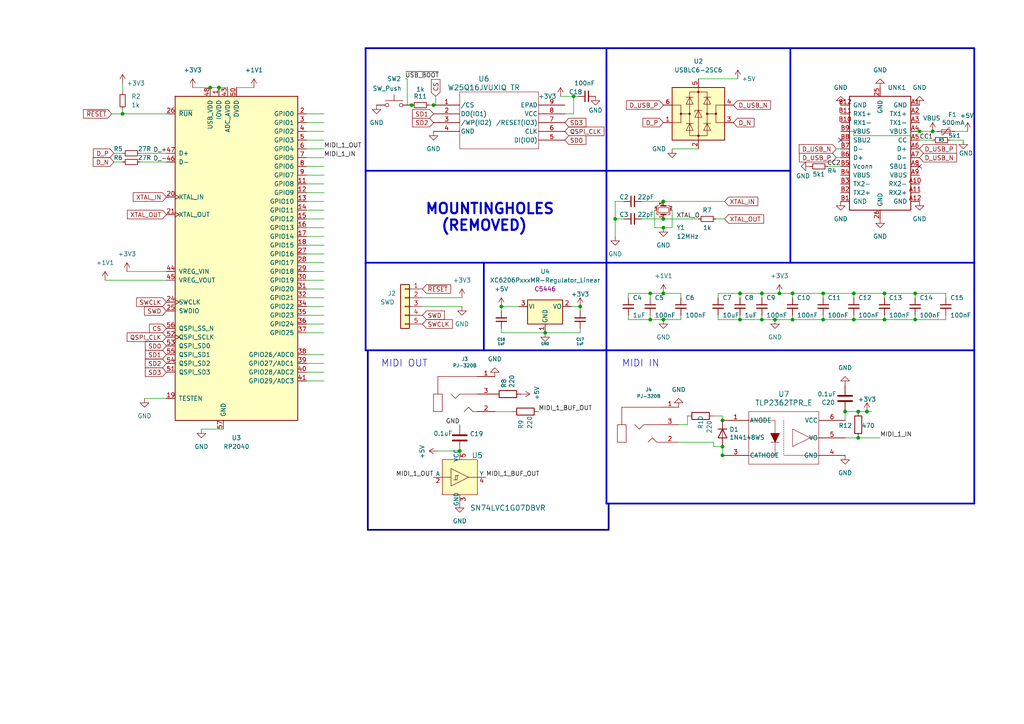
<source format=kicad_sch>
(kicad_sch (version 20231120) (generator "eeschema") (generator_version "8.0")
  (paper "A4")
  (title_block (title "RP2040 - Design Guide") (date "2021-12-07") (rev "0.1") (company "Sleepdealer"))
  (lib_symbols
    (symbol "Connector_Generic:Conn_01x05" (pin_names (offset 1.016) hide)
      (property "Reference" "J" (at 0 7.62 0))
      (property "Value" "Conn_01x05" (at 0 -7.62 0))
      (symbol "Conn_01x05_1_1"
        (pin passive line (at -5.08 5.08 0) (length 3.81) (name "Pin_1") (number "1"))
        (pin passive line (at -5.08 2.54 0) (length 3.81) (name "Pin_2") (number "2"))
        (pin passive line (at -5.08 0 0) (length 3.81) (name "Pin_3") (number "3"))
        (pin passive line (at -5.08 -2.54 0) (length 3.81) (name "Pin_4") (number "4"))
        (pin passive line (at -5.08 -5.08 0) (length 3.81) (name "Pin_5") (number "5"))
      )
    )
    (symbol "Device:C" (pin_numbers hide) (pin_names (offset 0.254))
      (property "Reference" "C" (at 0.635 2.54 0))
      (property "Value" "C" (at 0.635 -2.54 0))
      (symbol "C_1_1"
        (pin passive line (at 0 3.81 270) (length 2.794) (name "~") (number "1"))
        (pin passive line (at 0 -3.81 90) (length 2.794) (name "~") (number "2"))
      )
    )
    (symbol "Device:C_Small" (pin_numbers hide) (pin_names (offset 0.254) hide)
      (property "Reference" "C" (at 0.254 1.778 0))
      (property "Value" "C_Small" (at 0.254 -2.032 0))
      (symbol "C_Small_1_1"
        (pin passive line (at 0 2.54 270) (length 2.032) (name "~") (number "1"))
        (pin passive line (at 0 -2.54 90) (length 2.032) (name "~") (number "2"))
      )
    )
    (symbol "Device:Crystal_GND24_Small" (pin_names (offset 1.016) hide)
      (property "Reference" "Y" (at 1.27 4.445 0))
      (property "Value" "Crystal_GND24_Small" (at 1.27 2.54 0))
      (symbol "Crystal_GND24_Small_1_1"
        (pin passive line (at -2.54 0 0) (length 1.27) (name "1") (number "1"))
        (pin passive line (at 0 -2.54 90) (length 0.635) (name "2") (number "2"))
        (pin passive line (at 2.54 0 180) (length 1.27) (name "3") (number "3"))
        (pin passive line (at 0 2.54 270) (length 0.635) (name "4") (number "4"))
      )
    )
    (symbol "Device:Polyfuse_Small" (pin_numbers hide) (pin_names (offset 0))
      (property "Reference" "F" (at -1.905 0 90))
      (property "Value" "Polyfuse_Small" (at 1.905 0 90))
      (symbol "Polyfuse_Small_1_1"
        (pin passive line (at 0 2.54 270) (length 0.635) (name "~") (number "1"))
        (pin passive line (at 0 -2.54 90) (length 0.635) (name "~") (number "2"))
      )
    )
    (symbol "Device:R" (pin_numbers hide) (pin_names (offset 0))
      (property "Reference" "R" (at 2.032 0 90))
      (property "Value" "R" (at 0 0 90))
      (symbol "R_1_1"
        (pin passive line (at 0 3.81 270) (length 1.27) (name "~") (number "1"))
        (pin passive line (at 0 -3.81 90) (length 1.27) (name "~") (number "2"))
      )
    )
    (symbol "Device:R_Small" (pin_numbers hide) (pin_names (offset 0.254) hide)
      (property "Reference" "R" (at 0.762 0.508 0))
      (property "Value" "R_Small" (at 0.762 -1.016 0))
      (symbol "R_Small_1_1"
        (pin passive line (at 0 2.54 270) (length 0.762) (name "~") (number "1"))
        (pin passive line (at 0 -2.54 90) (length 0.762) (name "~") (number "2"))
      )
    )
    (symbol "Diode:1N914" (pin_numbers hide) (pin_names (offset 1.016) hide)
      (property "Reference" "D" (at 0 2.54 0))
      (property "Value" "1N914" (at 0 -2.54 0))
      (symbol "1N914_1_1"
        (pin passive line (at -3.81 0 0) (length 2.54) (name "K") (number "1"))
        (pin passive line (at 3.81 0 180) (length 2.54) (name "A") (number "2"))
      )
    )
    (symbol "Power_Protection:USBLC6-2SC6" (pin_names hide)
      (property "Reference" "U" (at 2.54 8.89 0))
      (property "Value" "USBLC6-2SC6" (at 2.54 -8.89 0))
      (symbol "USBLC6-2SC6_1_1"
        (pin passive line (at -10.16 -2.54 0) (length 2.54) (name "I/O1") (number "1"))
        (pin passive line (at 0 -10.16 90) (length 2.54) (name "GND") (number "2"))
        (pin passive line (at 10.16 -2.54 180) (length 2.54) (name "I/O2") (number "3"))
        (pin passive line (at 10.16 2.54 180) (length 2.54) (name "I/O2") (number "4"))
        (pin passive line (at 0 10.16 270) (length 2.54) (name "VBUS") (number "5"))
        (pin passive line (at -10.16 2.54 0) (length 2.54) (name "I/O1") (number "6"))
      )
    )
    (symbol "Sleep-lib:RP2040" (pin_names (offset 1.016))
      (property "Reference" "U" (at 8.89 51.435 0))
      (property "Value" "RP2040" (at 8.89 48.895 0))
      (symbol "RP2040_1_1"
        (pin power_in line (at -5.08 50.8 270) (length 2.54) (name "IOVDD") (number "1"))
        (pin power_in line (at -5.08 50.8 270) (length 2.54) hide (name "IOVDD") (number "10"))
        (pin input line (at 20.32 22.86 180) (length 2.54) (name "GPIO8") (number "11"))
        (pin input line (at 20.32 20.32 180) (length 2.54) (name "GPIO9") (number "12"))
        (pin input line (at 20.32 17.78 180) (length 2.54) (name "GPIO10") (number "13"))
        (pin input line (at 20.32 15.24 180) (length 2.54) (name "GPIO11") (number "14"))
        (pin input line (at 20.32 12.7 180) (length 2.54) (name "GPIO12") (number "15"))
        (pin input line (at 20.32 10.16 180) (length 2.54) (name "GPIO13") (number "16"))
        (pin input line (at 20.32 7.62 180) (length 2.54) (name "GPIO14") (number "17"))
        (pin input line (at 20.32 5.08 180) (length 2.54) (name "GPIO15") (number "18"))
        (pin input line (at -20.32 -39.37 0) (length 2.54) (name "TESTEN") (number "19"))
        (pin input line (at 20.32 43.18 180) (length 2.54) (name "GPIO0") (number "2"))
        (pin input clock (at -20.32 19.05 0) (length 2.54) (name "XTAL_IN") (number "20"))
        (pin input clock (at -20.32 13.97 0) (length 2.54) (name "XTAL_OUT") (number "21"))
        (pin power_in line (at -5.08 50.8 270) (length 2.54) hide (name "IOVDD") (number "22"))
        (pin power_in line (at 0 50.8 270) (length 2.54) hide (name "DVDD") (number "23"))
        (pin input clock (at -20.32 -11.43 0) (length 2.54) (name "SWCLK") (number "24"))
        (pin bidirectional line (at -20.32 -13.97 0) (length 2.54) (name "SWDIO") (number "25"))
        (pin input line (at -20.32 43.18 0) (length 2.54) (name "~{RUN}") (number "26"))
        (pin input line (at 20.32 2.54 180) (length 2.54) (name "GPIO16") (number "27"))
        (pin input line (at 20.32 0 180) (length 2.54) (name "GPIO17") (number "28"))
        (pin input line (at 20.32 -2.54 180) (length 2.54) (name "GPIO18") (number "29"))
        (pin input line (at 20.32 40.64 180) (length 2.54) (name "GPIO1") (number "3"))
        (pin input line (at 20.32 -5.08 180) (length 2.54) (name "GPIO19") (number "30"))
        (pin input line (at 20.32 -7.62 180) (length 2.54) (name "GPIO20") (number "31"))
        (pin input line (at 20.32 -10.16 180) (length 2.54) (name "GPIO21") (number "32"))
        (pin power_in line (at -5.08 50.8 270) (length 2.54) hide (name "IOVDD") (number "33"))
        (pin input line (at 20.32 -12.7 180) (length 2.54) (name "GPIO22") (number "34"))
        (pin input line (at 20.32 -15.24 180) (length 2.54) (name "GPIO23") (number "35"))
        (pin input line (at 20.32 -17.78 180) (length 2.54) (name "GPIO24") (number "36"))
        (pin input line (at 20.32 -20.32 180) (length 2.54) (name "GPIO25") (number "37"))
        (pin input line (at 20.32 -26.67 180) (length 2.54) (name "GPIO26/ADC0") (number "38"))
        (pin input line (at 20.32 -29.21 180) (length 2.54) (name "GPIO27/ADC1") (number "39"))
        (pin input line (at 20.32 38.1 180) (length 2.54) (name "GPIO2") (number "4"))
        (pin input line (at 20.32 -31.75 180) (length 2.54) (name "GPIO28/ADC2") (number "40"))
        (pin input line (at 20.32 -34.29 180) (length 2.54) (name "GPIO29/ADC3") (number "41"))
        (pin power_in line (at -5.08 50.8 270) (length 2.54) hide (name "IOVDD") (number "42"))
        (pin power_in line (at -2.54 50.8 270) (length 2.54) (name "ADC_AVDD") (number "43"))
        (pin power_in line (at -20.32 -2.54 0) (length 2.54) (name "VREG_VIN") (number "44"))
        (pin power_out line (at -20.32 -5.08 0) (length 2.54) (name "VREG_VOUT") (number "45"))
        (pin bidirectional line (at -20.32 29.21 0) (length 2.54) (name "D-") (number "46"))
        (pin bidirectional line (at -20.32 31.75 0) (length 2.54) (name "D+") (number "47"))
        (pin power_in line (at -7.62 50.8 270) (length 2.54) (name "USB_VDD") (number "48"))
        (pin power_in line (at -5.08 50.8 270) (length 2.54) hide (name "IOVDD") (number "49"))
        (pin input line (at 20.32 35.56 180) (length 2.54) (name "GPIO3") (number "5"))
        (pin power_in line (at 0 50.8 270) (length 2.54) (name "DVDD") (number "50"))
        (pin bidirectional line (at -20.32 -31.75 0) (length 2.54) (name "QSPI_SD3") (number "51"))
        (pin input clock (at -20.32 -21.59 0) (length 2.54) (name "QSPI_SCLK") (number "52"))
        (pin bidirectional line (at -20.32 -24.13 0) (length 2.54) (name "QSPI_SD0") (number "53"))
        (pin bidirectional line (at -20.32 -29.21 0) (length 2.54) (name "QSPI_SD2") (number "54"))
        (pin bidirectional line (at -20.32 -26.67 0) (length 2.54) (name "QSPI_SD1") (number "55"))
        (pin bidirectional line (at -20.32 -19.05 0) (length 2.54) (name "QSPI_SS_N") (number "56"))
        (pin power_in line (at -3.81 -48.26 90) (length 2.54) (name "GND") (number "57"))
        (pin input line (at 20.32 33.02 180) (length 2.54) (name "GPIO4") (number "6"))
        (pin input line (at 20.32 30.48 180) (length 2.54) (name "GPIO5") (number "7"))
        (pin input line (at 20.32 27.94 180) (length 2.54) (name "GPIO6") (number "8"))
        (pin input line (at 20.32 25.4 180) (length 2.54) (name "GPIO7") (number "9"))
      )
    )
    (symbol "Sleep-lib:TLP2362TPR_E" (pin_names (offset 0.254))
      (property "Reference" "U" (at 17.78 7.62 0))
      (property "Value" "TLP2362TPR_E" (at 17.78 5.08 0))
      (symbol "TLP2362TPR_E_0_1"
        (pin unspecified line (at 0 0 0) (length 7.62) (name "ANODE") (number "1"))
        (pin unspecified line (at 0 -10.16 0) (length 7.62) (name "CATHODE") (number "3"))
        (pin power_out line (at 35.56 -10.16 180) (length 7.62) (name "GND") (number "4"))
        (pin power_in line (at 35.56 -5.08 180) (length 7.62) (name "VO") (number "5"))
        (pin power_in line (at 35.56 0 180) (length 7.62) (name "VCC") (number "6"))
      )
    )
    (symbol "Sleep-lib:USB-C-SMD_XKB_U261-24XN-4BC2SS" (pin_names (offset 1.016))
      (property "Reference" "UNK?" (at 0 1.27 0))
      (property "Value" "USB-C-SMD_XKB_U261-24XN-4BC2SS" (at 0 -1.27 0))
      (symbol "USB-C-SMD_XKB_U261-24XN-4BC2SS_1_0"
        (pin unspecified line (at 102.87 -55.88 270) (length 2.54) (name "GND") (number "25"))
        (pin unspecified line (at 102.87 -93.98 90) (length 2.54) (name "GND") (number "26"))
        (pin unspecified line (at 114.3 -60.96 180) (length 2.54) (name "GND") (number "A1"))
        (pin unspecified line (at 114.3 -83.82 180) (length 2.54) (name "RX2-") (number "A10"))
        (pin unspecified line (at 114.3 -86.36 180) (length 2.54) (name "RX2+") (number "A11"))
        (pin unspecified line (at 114.3 -88.9 180) (length 2.54) (name "GND") (number "A12"))
        (pin unspecified line (at 114.3 -63.5 180) (length 2.54) (name "TX1+") (number "A2"))
        (pin unspecified line (at 114.3 -66.04 180) (length 2.54) (name "TX1-") (number "A3"))
        (pin unspecified line (at 114.3 -68.58 180) (length 2.54) (name "VBUS") (number "A4"))
        (pin unspecified line (at 114.3 -71.12 180) (length 2.54) (name "CC") (number "A5"))
        (pin unspecified line (at 114.3 -73.66 180) (length 2.54) (name "D+") (number "A6"))
        (pin unspecified line (at 114.3 -76.2 180) (length 2.54) (name "D-") (number "A7"))
        (pin unspecified line (at 114.3 -78.74 180) (length 2.54) (name "SBU1") (number "A8"))
        (pin unspecified line (at 114.3 -81.28 180) (length 2.54) (name "VBUS") (number "A9"))
        (pin unspecified line (at 91.44 -88.9 0) (length 2.54) (name "GND") (number "B1"))
        (pin unspecified line (at 91.44 -66.04 0) (length 2.54) (name "RX1-") (number "B10"))
        (pin unspecified line (at 91.44 -63.5 0) (length 2.54) (name "RX1+") (number "B11"))
        (pin unspecified line (at 91.44 -60.96 0) (length 2.54) (name "GND") (number "B12"))
        (pin unspecified line (at 91.44 -86.36 0) (length 2.54) (name "TX2+") (number "B2"))
        (pin unspecified line (at 91.44 -83.82 0) (length 2.54) (name "TX2-") (number "B3"))
        (pin unspecified line (at 91.44 -81.28 0) (length 2.54) (name "VBUS") (number "B4"))
        (pin unspecified line (at 91.44 -78.74 0) (length 2.54) (name "Vconn") (number "B5"))
        (pin unspecified line (at 91.44 -76.2 0) (length 2.54) (name "D+") (number "B6"))
        (pin unspecified line (at 91.44 -73.66 0) (length 2.54) (name "D-") (number "B7"))
        (pin unspecified line (at 91.44 -71.12 0) (length 2.54) (name "SBU2") (number "B8"))
        (pin unspecified line (at 91.44 -68.58 0) (length 2.54) (name "VBUS") (number "B9"))
      )
    )
    (symbol "Sleep-lib:W25Q16JVUXIQ_TR" (pin_names (offset 0.254))
      (property "Reference" "U6" (at 57.785 7.62 0))
      (property "Value" "W25Q16JVUXIQ TR" (at 57.785 5.08 0))
      (symbol "W25Q16JVUXIQ_TR_0_1"
        (pin unspecified line (at 43.18 0 0) (length 7.62) (name "/CS") (number "1"))
        (pin unspecified line (at 43.18 -2.54 0) (length 7.62) (name "DO(IO1)") (number "2"))
        (pin unspecified line (at 43.18 -5.08 0) (length 7.62) (name "/WP(IO2)") (number "3"))
        (pin unspecified line (at 43.18 -7.62 0) (length 7.62) (name "GND") (number "4"))
        (pin unspecified line (at 81.28 -10.16 180) (length 7.62) (name "DI(IO0)") (number "5"))
        (pin unspecified line (at 81.28 -7.62 180) (length 7.62) (name "CLK") (number "6"))
        (pin unspecified line (at 81.28 -2.54 180) (length 7.62) (name "VCC") (number "8"))
        (pin unspecified line (at 81.28 0 180) (length 7.62) (name "EPAD") (number "9"))
      )
      (symbol "W25Q16JVUXIQ_TR_1_1"
        (pin unspecified line (at 81.28 -5.08 180) (length 7.62) (name "/RESET(IO3)") (number "7"))
      )
    )
    (symbol "Switch:SW_Push" (pin_numbers hide) (pin_names (offset 1.016) hide)
      (property "Reference" "SW" (at 1.27 2.54 0))
      (property "Value" "SW_Push" (at 0 -1.524 0))
      (symbol "SW_Push_0_1"
        (pin passive line (at -5.08 0 0) (length 2.54) (name "1") (number "1"))
        (pin passive line (at 5.08 0 180) (length 2.54) (name "2") (number "2"))
      )
    )
    (symbol "dk_Logic-Buffers-Drivers-Receivers-Transceivers:SN74LVC1G07DBVR" (pin_names (offset 0))
      (property "Reference" "U" (at -2.54 6.35 0))
      (property "Value" "SN74LVC1G07DBVR" (at 1.905 -6.35 0))
      (symbol "SN74LVC1G07DBVR_1_1"
        (pin no_connect line (at -7.62 -5.08 0) (length 2.54) hide (name "NC") (number "1"))
        (pin input line (at -7.62 0 0) (length 2.54) (name "A") (number "2"))
        (pin power_in line (at 0 -7.62 90) (length 2.54) (name "GND") (number "3"))
        (pin output line (at 7.62 0 180) (length 2.54) (name "Y") (number "4"))
        (pin power_in line (at 0 7.62 270) (length 2.54) (name "VCC") (number "5"))
      )
    )
    (symbol "kicad-keyboard-parts:XC6206PxxxMR-Regulator_Linear" (pin_names (offset 0.254))
      (property "Reference" "U" (at -3.81 3.175 0))
      (property "Value" "XC6206PxxxMR-Regulator_Linear" (at 0 3.175 0))
      (property "LCSC" "C5446" (at 0 0 0))
      (symbol "XC6206PxxxMR-Regulator_Linear_1_1"
        (pin power_in line (at 0 -7.62 90) (length 2.54) (name "GND") (number "1"))
        (pin power_out line (at 7.62 0 180) (length 2.54) (name "VO") (number "2"))
        (pin power_in line (at -7.62 0 0) (length 2.54) (name "VI") (number "3"))
      )
    )
    (symbol "poma:PJ-320B" (pin_names (offset 1.016))
      (property "Reference" "U" (at 0 12.7 0))
      (property "Value" "PJ-320B" (at 0 11.43 0))
      (symbol "PJ-320B_1_1"
        (pin output line (at 10.16 7.62 180) (length 5.08) (name "~") (number "1"))
        (pin output line (at 10.16 -2.54 180) (length 5.08) (name "~") (number "2"))
        (pin output line (at 10.16 2.54 180) (length 5.08) (name "~") (number "3"))
      )
    )
    (symbol "power:+1V1" (power) (pin_names (offset 0))
      (property "Value" "+1V1" (at 0 3.556 0))
      (symbol "+1V1_1_1"
        (pin power_in line (at 0 0 90) (length 0) hide (name "+1V1") (number "1"))
      )
    )
    (symbol "power:+3.3V" (power) (pin_names (offset 0))
      (property "Value" "+3.3V" (at 0 3.556 0))
      (symbol "+3.3V_1_1"
        (pin power_in line (at 0 0 90) (length 0) hide (name "+3V3") (number "1"))
      )
    )
    (symbol "power:+3V3" (power) (pin_names (offset 0))
      (property "Value" "+3V3" (at 0 3.556 0))
      (symbol "+3V3_1_1"
        (pin power_in line (at 0 0 90) (length 0) hide (name "+3V3") (number "1"))
      )
    )
    (symbol "power:+5V" (power) (pin_names (offset 0))
      (property "Value" "+5V" (at 0 3.556 0))
      (symbol "+5V_1_1"
        (pin power_in line (at 0 0 90) (length 0) hide (name "+5V") (number "1"))
      )
    )
    (symbol "power:GND" (power) (pin_names (offset 0))
      (property "Value" "GND" (at 0 -3.81 0))
      (symbol "GND_1_1"
        (pin power_in line (at 0 0 270) (length 0) hide (name "GND") (number "1"))
      )
    )
    (symbol "power:VBUS" (power) (pin_names (offset 0))
      (property "Value" "VBUS" (at 0 3.81 0))
      (symbol "VBUS_1_1"
        (pin power_in line (at 0 0 90) (length 0) hide (name "VBUS") (number "1"))
      )
    )
  )
  (junction (at 192.405 66.04))
  (junction (at 166.37 27.94))
  (junction (at 192.405 63.5))
  (junction (at 248.92 119.38))
  (junction (at 63.5 25.4))
  (junction (at 224.79 92.71))
  (junction (at 220.98 92.71))
  (junction (at 238.76 92.71))
  (junction (at 238.76 85.09))
  (junction (at 247.65 92.71))
  (junction (at 35.56 33.02))
  (junction (at 256.54 85.09))
  (junction (at 247.65 85.09))
  (junction (at 256.54 92.71))
  (junction (at 214.63 85.09))
  (junction (at 220.98 85.09))
  (junction (at 133.35 130.81))
  (junction (at 188.595 85.09))
  (junction (at 119.38 30.48))
  (junction (at 178.435 63.5))
  (junction (at 168.275 88.9) (diameter 0.9144))
  (junction (at 226.06 85.09))
  (junction (at 209.55 121.92))
  (junction (at 214.63 92.71))
  (junction (at 229.87 85.09))
  (junction (at 60.96 25.4))
  (junction (at 229.87 92.71))
  (junction (at 266.7 38.1))
  (junction (at 265.43 92.71))
  (junction (at 188.595 92.71))
  (junction (at 209.55 129.54))
  (junction (at 125.73 30.48))
  (junction (at 158.115 96.52) (diameter 0.9144))
  (junction (at 265.43 85.09))
  (junction (at 251.46 119.38))
  (junction (at 245.11 119.38))
  (junction (at 192.405 85.09))
  (junction (at 192.405 58.42))
  (junction (at 270.51 38.1))
  (junction (at 192.405 92.71))
  (junction (at 248.92 127))
  (junction (at 145.415 88.9) (diameter 0.9144))
  (junction (at 209.55 132.08))
  (no_connect (at 243.84 40.64))
  (no_connect (at 266.7 48.26))
  (wire (pts (xy 207.01 128.27) (xy 207.01 129.54)))
  (wire (pts (xy 93.98 83.82) (xy 88.9 83.82)))
  (wire (pts (xy 196.85 123.19) (xy 199.39 123.19)))
  (wire (pts (xy 229.87 85.09) (xy 238.76 85.09)))
  (wire (pts (xy 238.76 85.09) (xy 238.76 86.36)))
  (wire (pts (xy 33.02 46.99) (xy 35.56 46.99)))
  (wire (pts (xy 117.475 22.86) (xy 118.11 22.86)))
  (polyline (pts (xy 175.895 13.97) (xy 229.235 13.97)) (stroke (width 0.5) (type solid)))
  (wire (pts (xy 88.9 81.28) (xy 93.98 81.28)))
  (wire (pts (xy 186.055 63.5) (xy 192.405 63.5)))
  (wire (pts (xy 192.405 63.5) (xy 202.565 63.5)))
  (wire (pts (xy 207.645 63.5) (xy 210.185 63.5)))
  (wire (pts (xy 214.63 91.44) (xy 214.63 92.71)))
  (wire (pts (xy 256.54 85.09) (xy 265.43 85.09)))
  (wire (pts (xy 265.43 85.09) (xy 265.43 86.36)))
  (wire (pts (xy 247.65 85.09) (xy 256.54 85.09)))
  (wire (pts (xy 238.76 85.09) (xy 247.65 85.09)))
  (wire (pts (xy 88.9 50.8) (xy 93.98 50.8)))
  (wire (pts (xy 178.435 63.5) (xy 178.435 68.58)))
  (wire (pts (xy 162.56 27.94) (xy 166.37 27.94)))
  (wire (pts (xy 93.98 107.95) (xy 88.9 107.95)))
  (wire (pts (xy 209.55 132.08) (xy 217.17 132.08)))
  (wire (pts (xy 93.98 88.9) (xy 88.9 88.9)))
  (wire (pts (xy 145.415 88.9) (xy 150.495 88.9)))
  (wire (pts (xy 40.64 44.45) (xy 48.26 44.45)))
  (wire (pts (xy 207.01 129.54) (xy 209.55 129.54)))
  (wire (pts (xy 266.7 38.1) (xy 270.51 38.1)))
  (wire (pts (xy 248.92 127) (xy 255.27 127)))
  (wire (pts (xy 209.55 129.54) (xy 209.55 132.08)))
  (wire (pts (xy 145.415 95.25) (xy 145.415 96.52)))
  (wire (pts (xy 199.39 123.19) (xy 199.39 120.65)))
  (wire (pts (xy 266.7 40.64) (xy 270.51 40.64)))
  (polyline (pts (xy 282.575 146.05) (xy 282.575 101.6)) (stroke (width 0.5) (type solid)))
  (wire (pts (xy 245.11 127) (xy 248.92 127)))
  (wire (pts (xy 209.55 120.65) (xy 209.55 121.92)))
  (wire (pts (xy 189.865 60.96) (xy 189.865 66.04)))
  (wire (pts (xy 189.865 66.04) (xy 192.405 66.04)))
  (wire (pts (xy 166.37 27.94) (xy 167.64 27.94)))
  (wire (pts (xy 133.985 88.9) (xy 122.555 88.9)))
  (wire (pts (xy 166.37 27.94) (xy 166.37 33.02)))
  (wire (pts (xy 68.58 25.4) (xy 73.66 25.4)))
  (wire (pts (xy 93.98 110.49) (xy 88.9 110.49)))
  (wire (pts (xy 188.595 91.44) (xy 188.595 92.71)))
  (wire (pts (xy 33.02 44.45) (xy 35.56 44.45)))
  (wire (pts (xy 122.555 86.36) (xy 133.985 86.36)))
  (polyline (pts (xy 282.575 101.6) (xy 282.575 76.2)) (stroke (width 0.5) (type solid)))
  (wire (pts (xy 247.65 38.1) (xy 247.65 39.37)))
  (wire (pts (xy 60.96 25.4) (xy 63.5 25.4)))
  (wire (pts (xy 55.88 25.4) (xy 60.96 25.4)))
  (wire (pts (xy 63.5 25.4) (xy 66.04 25.4)))
  (wire (pts (xy 208.28 85.09) (xy 214.63 85.09)))
  (wire (pts (xy 245.11 121.92) (xy 245.11 119.38)))
  (wire (pts (xy 194.945 66.04) (xy 192.405 66.04)))
  (wire (pts (xy 194.945 60.96) (xy 194.945 66.04)))
  (polyline (pts (xy 175.895 49.53) (xy 229.235 49.53)) (stroke (width 0.5) (type solid)))
  (wire (pts (xy 88.9 66.04) (xy 93.98 66.04)))
  (wire (pts (xy 178.435 63.5) (xy 180.975 63.5)))
  (wire (pts (xy 180.975 58.42) (xy 178.435 58.42)))
  (wire (pts (xy 178.435 58.42) (xy 178.435 63.5)))
  (wire (pts (xy 242.57 43.18) (xy 243.84 43.18)))
  (wire (pts (xy 88.9 38.1) (xy 93.98 38.1)))
  (wire (pts (xy 214.63 85.09) (xy 214.63 86.36)))
  (wire (pts (xy 58.42 124.46) (xy 64.77 124.46)))
  (wire (pts (xy 36.83 78.74) (xy 48.26 78.74)))
  (wire (pts (xy 88.9 43.18) (xy 93.98 43.18)))
  (wire (pts (xy 158.115 96.52) (xy 145.415 96.52)))
  (wire (pts (xy 88.9 73.66) (xy 93.98 73.66)))
  (wire (pts (xy 41.91 115.57) (xy 48.26 115.57)))
  (wire (pts (xy 229.87 92.71) (xy 238.76 92.71)))
  (wire (pts (xy 238.76 92.71) (xy 238.76 91.44)))
  (wire (pts (xy 264.16 39.37) (xy 264.16 38.1)))
  (wire (pts (xy 251.46 119.38) (xy 252.73 119.38)))
  (polyline (pts (xy 175.895 146.05) (xy 175.895 101.6)) (stroke (width 0.5) (type solid)))
  (wire (pts (xy 245.11 119.38) (xy 248.92 119.38)))
  (wire (pts (xy 247.65 85.09) (xy 247.65 86.36)))
  (wire (pts (xy 93.98 91.44) (xy 88.9 91.44)))
  (wire (pts (xy 88.9 78.74) (xy 93.98 78.74)))
  (wire (pts (xy 196.85 128.27) (xy 207.01 128.27)))
  (wire (pts (xy 247.65 91.44) (xy 247.65 92.71)))
  (polyline (pts (xy 175.895 146.05) (xy 282.575 146.05)) (stroke (width 0.5) (type solid)))
  (wire (pts (xy 275.59 40.64) (xy 279.4 40.64)))
  (wire (pts (xy 243.84 48.26) (xy 240.03 48.26)))
  (polyline (pts (xy 140.335 101.6) (xy 140.335 76.2)) (stroke (width 0.5) (type solid)))
  (wire (pts (xy 220.98 91.44) (xy 220.98 92.71)))
  (polyline (pts (xy 175.895 101.6) (xy 175.895 76.2)) (stroke (width 0.5) (type solid)))
  (wire (pts (xy 88.9 63.5) (xy 93.98 63.5)))
  (wire (pts (xy 192.405 92.71) (xy 197.485 92.71)))
  (wire (pts (xy 197.485 92.71) (xy 197.485 91.44)))
  (wire (pts (xy 265.43 85.09) (xy 274.32 85.09)))
  (wire (pts (xy 274.32 85.09) (xy 274.32 86.36)))
  (wire (pts (xy 126.365 27.94) (xy 126.365 30.48)))
  (polyline (pts (xy 106.045 76.2) (xy 106.045 13.97)) (stroke (width 0.5) (type solid)))
  (wire (pts (xy 276.86 38.1) (xy 280.67 38.1)))
  (wire (pts (xy 88.9 33.02) (xy 93.98 33.02)))
  (wire (pts (xy 93.98 102.87) (xy 88.9 102.87)))
  (wire (pts (xy 88.9 40.64) (xy 93.98 40.64)))
  (polyline (pts (xy 106.045 101.6) (xy 175.895 101.6)) (stroke (width 0.5) (type solid)))
  (wire (pts (xy 168.275 88.9) (xy 168.275 90.17)))
  (wire (pts (xy 220.98 85.09) (xy 214.63 85.09)))
  (wire (pts (xy 220.98 85.09) (xy 220.98 86.36)))
  (wire (pts (xy 214.63 92.71) (xy 220.98 92.71)))
  (bus (pts (xy 176.53 146.05) (xy 176.53 153.67)) (stroke (width 0.5)))
  (polyline (pts (xy 106.045 101.6) (xy 106.045 76.2)) (stroke (width 0.5) (type solid)))
  (wire (pts (xy 229.87 92.71) (xy 229.87 91.44)))
  (wire (pts (xy 270.51 38.1) (xy 271.78 38.1)))
  (wire (pts (xy 256.54 85.09) (xy 256.54 86.36)))
  (wire (pts (xy 229.87 85.09) (xy 229.87 86.36)))
  (polyline (pts (xy 106.045 49.53) (xy 175.895 49.53)) (stroke (width 0.5) (type solid)))
  (wire (pts (xy 118.11 22.86) (xy 118.11 30.48)))
  (wire (pts (xy 256.54 92.71) (xy 265.43 92.71)))
  (wire (pts (xy 247.65 92.71) (xy 256.54 92.71)))
  (wire (pts (xy 265.43 92.71) (xy 265.43 91.44)))
  (wire (pts (xy 238.76 92.71) (xy 247.65 92.71)))
  (wire (pts (xy 148.59 119.38) (xy 143.51 119.38)))
  (wire (pts (xy 88.9 48.26) (xy 93.98 48.26)))
  (wire (pts (xy 35.56 31.75) (xy 35.56 33.02)))
  (wire (pts (xy 192.405 85.09) (xy 197.485 85.09)))
  (wire (pts (xy 197.485 85.09) (xy 197.485 86.36)))
  (wire (pts (xy 256.54 91.44) (xy 256.54 92.71)))
  (polyline (pts (xy 175.895 76.2) (xy 229.235 76.2)) (stroke (width 0.5) (type solid)))
  (wire (pts (xy 182.245 92.71) (xy 188.595 92.71)))
  (wire (pts (xy 182.245 91.44) (xy 182.245 92.71)))
  (wire (pts (xy 124.46 30.48) (xy 125.73 30.48)))
  (wire (pts (xy 188.595 85.09) (xy 188.595 86.36)))
  (wire (pts (xy 48.26 81.28) (xy 30.48 81.28)))
  (wire (pts (xy 208.28 91.44) (xy 208.28 92.71)))
  (wire (pts (xy 208.28 92.71) (xy 214.63 92.71)))
  (wire (pts (xy 93.98 105.41) (xy 88.9 105.41)))
  (wire (pts (xy 119.38 30.48) (xy 118.11 30.48)))
  (wire (pts (xy 88.9 76.2) (xy 93.98 76.2)))
  (wire (pts (xy 168.275 95.25) (xy 168.275 96.52)))
  (wire (pts (xy 158.115 96.52) (xy 168.275 96.52)))
  (wire (pts (xy 242.57 45.72) (xy 243.84 45.72)))
  (wire (pts (xy 88.9 68.58) (xy 93.98 68.58)))
  (wire (pts (xy 194.945 43.18) (xy 202.565 43.18)))
  (wire (pts (xy 220.98 92.71) (xy 224.79 92.71)))
  (polyline (pts (xy 106.045 76.2) (xy 175.895 76.2)) (stroke (width 0.5) (type solid)))
  (wire (pts (xy 88.9 45.72) (xy 93.98 45.72)))
  (wire (pts (xy 274.32 92.71) (xy 274.32 91.44)))
  (wire (pts (xy 265.43 92.71) (xy 274.32 92.71)))
  (wire (pts (xy 88.9 71.12) (xy 93.98 71.12)))
  (polyline (pts (xy 229.235 13.97) (xy 229.235 76.2)) (stroke (width 0.5) (type solid)))
  (polyline (pts (xy 229.235 76.2) (xy 282.575 76.2)) (stroke (width 0.5) (type solid)))
  (polyline (pts (xy 229.235 13.97) (xy 282.575 13.97)) (stroke (width 0.5) (type solid)))
  (polyline (pts (xy 282.575 76.2) (xy 282.575 13.97)) (stroke (width 0.5) (type solid)))
  (wire (pts (xy 32.385 33.02) (xy 35.56 33.02)))
  (wire (pts (xy 35.56 33.02) (xy 48.26 33.02)))
  (wire (pts (xy 247.65 39.37) (xy 264.16 39.37)))
  (polyline (pts (xy 175.895 76.2) (xy 175.895 13.97)) (stroke (width 0.5) (type solid)))
  (polyline (pts (xy 175.895 101.6) (xy 282.575 101.6)) (stroke (width 0.5) (type solid)))
  (polyline (pts (xy 106.045 13.97) (xy 175.895 13.97)) (stroke (width 0.5) (type solid)))
  (wire (pts (xy 93.98 86.36) (xy 88.9 86.36)))
  (wire (pts (xy 145.415 88.9) (xy 145.415 90.17)))
  (wire (pts (xy 125.73 30.48) (xy 126.365 30.48)))
  (wire (pts (xy 165.735 88.9) (xy 168.275 88.9)))
  (wire (pts (xy 186.055 58.42) (xy 192.405 58.42)))
  (bus (pts (xy 106.68 153.67) (xy 176.53 153.67)) (stroke (width 0.5)))
  (wire (pts (xy 88.9 58.42) (xy 93.98 58.42)))
  (wire (pts (xy 188.595 92.71) (xy 192.405 92.71)))
  (wire (pts (xy 264.16 38.1) (xy 266.7 38.1)))
  (wire (pts (xy 188.595 85.09) (xy 182.245 85.09)))
  (wire (pts (xy 192.405 85.09) (xy 188.595 85.09)))
  (wire (pts (xy 182.245 85.09) (xy 182.245 86.36)))
  (wire (pts (xy 88.9 35.56) (xy 93.98 35.56)))
  (wire (pts (xy 207.01 120.65) (xy 209.55 120.65)))
  (wire (pts (xy 93.98 96.52) (xy 88.9 96.52)))
  (wire (pts (xy 127 130.81) (xy 133.35 130.81)))
  (wire (pts (xy 208.28 86.36) (xy 208.28 85.09)))
  (wire (pts (xy 88.9 60.96) (xy 93.98 60.96)))
  (wire (pts (xy 220.98 85.09) (xy 226.06 85.09)))
  (wire (pts (xy 226.06 85.09) (xy 229.87 85.09)))
  (wire (pts (xy 243.84 38.1) (xy 247.65 38.1)))
  (wire (pts (xy 88.9 55.88) (xy 93.98 55.88)))
  (wire (pts (xy 93.98 93.98) (xy 88.9 93.98)))
  (wire (pts (xy 224.79 92.71) (xy 229.87 92.71)))
  (wire (pts (xy 40.64 46.99) (xy 48.26 46.99)))
  (wire (pts (xy 163.83 33.02) (xy 166.37 33.02)))
  (wire (pts (xy 192.405 58.42) (xy 210.185 58.42)))
  (bus (pts (xy 106.68 101.6) (xy 106.68 153.67)) (stroke (width 0.5)))
  (wire (pts (xy 202.565 22.86) (xy 213.995 22.86)))
  (wire (pts (xy 248.92 119.38) (xy 251.46 119.38)))
  (wire (pts (xy 88.9 53.34) (xy 93.98 53.34)))
  (wire (pts (xy 35.56 24.13) (xy 35.56 26.67)))
  (text "MIDI IN" (at 180.34 106.68 0) (effects (font (size 2 2)) (justify left bottom)))
  (text "MOUNTINGHOLES\n  (REMOVED)" (at 123.19 67.31 0) (effects (font (size 3 3) (thickness 0.6) (bold yes)) (justify left bottom)))
  (text "MIDI OUT" (at 110.49 106.68 0) (effects (font (size 2 2)) (justify left bottom)))
  (label "MIDI_1_IN" (at 93.98 45.72 0))
  (label "GND" (at 133.35 123.19 180))
  (label "~{USB_BOOT}" (at 117.475 22.86 0))
  (label "CC2" (at 243.84 48.26 180))
  (label "CC1" (at 266.7 40.64 0))
  (label "XTAL_O" (at 196.215 63.5 0))
  (label "MIDI_1_IN" (at 255.27 127 0))
  (label "MIDI_1_BUF_OUT" (at 156.21 119.38 0))
  (label "MIDI_1_BUF_OUT" (at 140.97 138.43 0))
  (label "D_-" (at 44.45 46.99 0))
  (label "D_+" (at 44.45 44.45 0))
  (label "MIDI_1_OUT" (at 93.98 43.18 0))
  (label "MIDI_1_OUT" (at 125.73 138.43 180))
  (global_label "D_USB_P" (shape input) (at 242.57 45.72 180) (property "Intersheetrefs" "${INTERSHEET_REFS}" (effects (hide yes))))
  (global_label "SWCLK" (shape input) (at 48.26 87.63 180) (property "Intersheetrefs" "${INTERSHEET_REFS}" (effects (hide yes))))
  (global_label "D_USB_N" (shape input) (at 266.7 45.72 0) (property "Intersheetrefs" "${INTERSHEET_REFS}" (effects (hide yes))))
  (global_label "SD0" (shape input) (at 48.26 100.33 180) (property "Intersheetrefs" "${INTERSHEET_REFS}" (effects (hide yes))))
  (global_label "CS" (shape input) (at 126.365 27.94 90) (property "Intersheetrefs" "${INTERSHEET_REFS}" (effects (hide yes))))
  (global_label "XTAL_IN" (shape input) (at 48.26 57.15 180) (property "Intersheetrefs" "${INTERSHEET_REFS}" (effects (hide yes))))
  (global_label "D_P" (shape input) (at 33.02 44.45 180) (property "Intersheetrefs" "${INTERSHEET_REFS}" (effects (hide yes))))
  (global_label "SWCLK" (shape input) (at 122.555 93.98 0) (property "Intersheetrefs" "${INTERSHEET_REFS}" (effects (hide yes))))
  (global_label "D_N" (shape input) (at 33.02 46.99 180) (property "Intersheetrefs" "${INTERSHEET_REFS}" (effects (hide yes))))
  (global_label "QSPI_CLK" (shape input) (at 163.83 38.1 0) (property "Intersheetrefs" "${INTERSHEET_REFS}" (effects (hide yes))))
  (global_label "D_USB_N" (shape input) (at 212.725 30.48 0) (property "Intersheetrefs" "${INTERSHEET_REFS}" (effects (hide yes))))
  (global_label "XTAL_IN" (shape input) (at 210.185 58.42 0) (property "Intersheetrefs" "${INTERSHEET_REFS}" (effects (hide yes))))
  (global_label "XTAL_OUT" (shape input) (at 48.26 62.23 180) (property "Intersheetrefs" "${INTERSHEET_REFS}" (effects (hide yes))))
  (global_label "SD1" (shape input) (at 48.26 102.87 180) (property "Intersheetrefs" "${INTERSHEET_REFS}" (effects (hide yes))))
  (global_label "XTAL_OUT" (shape input) (at 210.185 63.5 0) (property "Intersheetrefs" "${INTERSHEET_REFS}" (effects (hide yes))))
  (global_label "SD2" (shape input) (at 125.73 35.56 180) (property "Intersheetrefs" "${INTERSHEET_REFS}" (effects (hide yes))))
  (global_label "D_N" (shape input) (at 212.725 35.56 0) (property "Intersheetrefs" "${INTERSHEET_REFS}" (effects (hide yes))))
  (global_label "D_P" (shape input) (at 192.405 35.56 180) (property "Intersheetrefs" "${INTERSHEET_REFS}" (effects (hide yes))))
  (global_label "CS" (shape input) (at 48.26 95.25 180) (property "Intersheetrefs" "${INTERSHEET_REFS}" (effects (hide yes))))
  (global_label "SD3" (shape input) (at 163.83 35.56 0) (property "Intersheetrefs" "${INTERSHEET_REFS}" (effects (hide yes))))
  (global_label "SD0" (shape input) (at 163.83 40.64 0) (property "Intersheetrefs" "${INTERSHEET_REFS}" (effects (hide yes))))
  (global_label "SWD" (shape input) (at 48.26 90.17 180) (property "Intersheetrefs" "${INTERSHEET_REFS}" (effects (hide yes))))
  (global_label "SD3" (shape input) (at 48.26 107.95 180) (property "Intersheetrefs" "${INTERSHEET_REFS}" (effects (hide yes))))
  (global_label "~{RESET}" (shape input) (at 122.555 83.82 0) (property "Intersheetrefs" "${INTERSHEET_REFS}" (effects (hide yes))))
  (global_label "D_USB_P" (shape input) (at 192.405 30.48 180) (property "Intersheetrefs" "${INTERSHEET_REFS}" (effects (hide yes))))
  (global_label "D_USB_N" (shape input) (at 242.57 43.18 180) (property "Intersheetrefs" "${INTERSHEET_REFS}" (effects (hide yes))))
  (global_label "QSPI_CLK" (shape input) (at 48.26 97.79 180) (property "Intersheetrefs" "${INTERSHEET_REFS}" (effects (hide yes))))
  (global_label "SD2" (shape input) (at 48.26 105.41 180) (property "Intersheetrefs" "${INTERSHEET_REFS}" (effects (hide yes))))
  (global_label "SD1" (shape input) (at 125.73 33.02 180) (property "Intersheetrefs" "${INTERSHEET_REFS}" (effects (hide yes))))
  (global_label "D_USB_P" (shape input) (at 266.7 43.18 0) (property "Intersheetrefs" "${INTERSHEET_REFS}" (effects (hide yes))))
  (global_label "SWD" (shape input) (at 122.555 91.44 0) (property "Intersheetrefs" "${INTERSHEET_REFS}" (effects (hide yes))))
  (global_label "~{RESET}" (shape input) (at 32.385 33.02 180) (property "Intersheetrefs" "${INTERSHEET_REFS}" (effects (hide yes))))
  (symbol (lib_id "Device:C_Small") (at 247.65 88.9 0) (unit 1)
    (property "Reference" "C12" (at 248.92 86.3599 0) (effects (justify left)))
    (property "Value" "100nF" (at 248.92 91.4399 0) (effects (justify left)))
    (property "Footprint" "Capacitor_SMD:C_0402_1005Metric" (effects (hide yes)))
    (property "LCSC" "C1525" (effects (hide yes)))
  )
  (symbol (lib_id "Sleep-lib:RP2040") (at 68.58 76.2 0) (unit 1)
    (property "Reference" "U3" (at 68.58 127 0))
    (property "Value" "RP2040" (at 68.58 129.54 0))
    (property "Footprint" "Sleep-Lib:RP2040-QFN-56" (effects (hide yes)))
    (property "Datasheet" "https://datasheets.raspberrypi.com/rp2040/rp2040-datasheet.pdf" (effects (hide yes)))
    (property "LCSC" "C2040" (effects (hide yes)))
  )
  (symbol (lib_id "power:GND") (at 245.11 111.76 180) (unit 1)
    (property "Reference" "#PWR010" (effects (hide yes)))
    (property "Value" "GND" (at 245.11 106.68 0))
  )
  (symbol (lib_id "Device:R") (at 248.92 123.19 0) (mirror y) (unit 1)
    (property "Reference" "R12" (at 247.142 123.444 0) (effects (justify left)))
    (property "Value" "470" (at 253.746 123.444 0) (effects (justify left)))
    (property "Footprint" "Resistor_SMD:R_0603_1608Metric_Pad0.98x0.95mm_HandSolder" (effects (hide yes)))
    (property "LCSC" "C17710 " (effects (hide yes)))
  )
  (symbol (lib_id "power:GND") (at 224.79 92.71 0) (unit 1)
    (property "Reference" "#PWR026" (effects (hide yes)))
    (property "Value" "GND" (at 224.79 97.79 0))
  )
  (symbol (lib_id "power:GND") (at 279.4 40.64 0) (unit 1)
    (property "Reference" "#PWR028" (effects (hide yes)))
    (property "Value" "GND" (at 280.162 44.45 0))
  )
  (symbol (lib_id "Device:C_Small") (at 208.28 88.9 0) (unit 1)
    (property "Reference" "C7" (at 209.55 86.3599 0) (effects (justify left)))
    (property "Value" "10uF" (at 209.55 91.4399 0) (effects (justify left)))
    (property "Footprint" "Capacitor_SMD:C_0402_1005Metric" (effects (hide yes)))
    (property "LCSC" "C15525" (effects (hide yes)))
  )
  (symbol (lib_id "dk_Logic-Buffers-Drivers-Receivers-Transceivers:SN74LVC1G07DBVR") (at 133.35 138.43 0) (unit 1)
    (property "Reference" "U5" (at 138.43 132.08 0) (effects (font (size 1.524 1.524))))
    (property "Value" "SN74LVC1G07DBVR" (at 147.32 147.32 0) (effects (font (size 1.524 1.524))))
    (property "Footprint" "Package_TO_SOT_SMD:SOT-23-5" (effects (hide yes)))
    (property "Datasheet" "http://www.ti.com/general/docs/suppproductinfo.tsp?distId=10&gotoUrl=http%3A%2F%2Fwww.ti.com%2Flit%2Fgpn%2Fsn74lvc1g07" (effects (hide yes)))
    (property "Digi-Key_PN" "296-8485-1-ND" (effects (hide yes)))
    (property "Category" "Integrated Circuits (ICs)" (effects (hide yes)))
    (property "Family" "Logic - Buffers, Drivers, Receivers, Transceivers" (effects (hide yes)))
    (property "DK_Datasheet_Link" "http://www.ti.com/general/docs/suppproductinfo.tsp?distId=10&gotoUrl=http%3A%2F%2Fwww.ti.com%2Flit%2Fgpn%2Fsn74lvc1g07" (effects (hide yes)))
    (property "DK_Detail_Page" "/product-detail/en/texas-instruments/SN74LVC1G07DBVR/296-8485-1-ND/377454" (effects (hide yes)))
    (property "Description" "IC BUF NON-INVERT 5.5V SOT23-5" (effects (hide yes)))
    (property "Manufacturer" "Texas Instruments" (effects (hide yes)))
    (property "Status" "Active" (effects (hide yes)))
    (property "LCSC" "C7829" (effects (hide yes)))
  )
  (symbol (lib_id "power:+3V3") (at 133.985 86.36 0) (unit 1)
    (property "Reference" "#PWR021" (effects (hide yes)))
    (property "Value" "+3V3" (at 133.985 81.28 0))
  )
  (symbol (lib_id "poma:PJ-320B") (at 186.69 125.73 0) (unit 1) (in_bom no)
    (property "Reference" "J4" (at 188.1632 113.0046 0) (effects (font (size 0.9906 0.9906))))
    (property "Value" "PJ-320B" (at 188.1632 114.9096 0) (effects (font (size 0.9906 0.9906))))
    (property "Footprint" "poma:3.5mm_stereo_jack_PJ320B" (effects (hide yes)))
  )
  (symbol (lib_id "power:GND") (at 192.405 66.04 0) (unit 1)
    (property "Reference" "#PWR013" (effects (hide yes)))
    (property "Value" "GND" (at 192.405 71.12 0))
  )
  (symbol (lib_id "power:+5V") (at 280.67 38.1 0) (unit 1)
    (property "Reference" "#PWR09" (effects (hide yes)))
    (property "Value" "+5V" (at 280.416 33.528 0))
  )
  (symbol (lib_id "Device:C_Small") (at 274.32 88.9 0) (unit 1)
    (property "Reference" "C15" (at 275.59 86.3599 0) (effects (justify left)))
    (property "Value" "100nF" (at 275.59 91.4399 0) (effects (justify left)))
    (property "Footprint" "Capacitor_SMD:C_0402_1005Metric" (effects (hide yes)))
    (property "LCSC" "C1525" (effects (hide yes)))
  )
  (symbol (lib_id "power:GND") (at 58.42 124.46 0) (unit 1)
    (property "Reference" "#PWR032" (effects (hide yes)))
    (property "Value" "GND" (at 58.42 129.54 0))
  )
  (symbol (lib_id "Device:C") (at 133.35 127 0) (unit 1)
    (property "Reference" "C19" (at 136.271 125.8316 0) (effects (justify left)))
    (property "Value" "0.1uF" (at 125.73 125.73 0) (effects (justify left)))
    (property "Footprint" "Capacitor_SMD:C_0603_1608Metric" (effects (hide yes)))
    (property "LCSC" "C28233" (effects (hide yes)))
  )
  (symbol (lib_id "Device:C_Small") (at 182.245 88.9 0) (unit 1)
    (property "Reference" "C4" (at 183.515 86.3599 0) (effects (justify left)))
    (property "Value" "1uF" (at 183.515 91.4399 0) (effects (justify left)))
    (property "Footprint" "Capacitor_SMD:C_0402_1005Metric" (effects (hide yes)))
    (property "LCSC" "C52923" (effects (hide yes)))
  )
  (symbol (lib_id "Device:R") (at 203.2 120.65 90) (unit 1)
    (property "Reference" "R10" (at 203.2 124.46 0) (effects (justify left)))
    (property "Value" "220" (at 205.74 125.73 0) (effects (justify left)))
    (property "Footprint" "Resistor_SMD:R_0603_1608Metric_Pad0.98x0.95mm_HandSolder" (effects (hide yes)))
    (property "LCSC" " C17557 " (effects (hide yes)))
  )
  (symbol (lib_id "power:+3V3") (at 36.83 78.74 0) (unit 1)
    (property "Reference" "#PWR017" (effects (hide yes)))
    (property "Value" "+3V3" (at 36.83 73.66 0))
  )
  (symbol (lib_id "power:GND") (at 196.85 118.11 180) (unit 1)
    (property "Reference" "#PWR015" (effects (hide yes)))
    (property "Value" "GND" (at 196.85 113.03 0))
  )
  (symbol (lib_id "power:GND") (at 158.115 96.52 0) (unit 1)
    (property "Reference" "#PWR027" (effects (hide yes)))
    (property "Value" "GND" (at 158.115 99.695 0) (effects (font (size 0.762 0.762))))
  )
  (symbol (lib_id "Device:R_Small") (at 237.49 48.26 270) (unit 1)
    (property "Reference" "R4" (at 241.3 49.53 90))
    (property "Value" "5k1" (at 237.49 50.546 90))
    (property "Footprint" "Resistor_SMD:R_0402_1005Metric" (effects (hide yes)))
    (property "LCSC" "C25905" (effects (hide yes)))
  )
  (symbol (lib_id "Device:R_Small") (at 35.56 29.21 0) (unit 1)
    (property "Reference" "R2" (at 38.1 27.9399 0) (effects (justify left)))
    (property "Value" "1k" (at 38.1 30.4799 0) (effects (justify left)))
    (property "Footprint" "Resistor_SMD:R_0402_1005Metric" (effects (hide yes)))
    (property "LCSC" "C11702" (effects (hide yes)))
  )
  (symbol (lib_id "Device:C_Small") (at 183.515 63.5 90) (unit 1)
    (property "Reference" "C3" (at 180.975 62.23 90))
    (property "Value" "22pF" (at 187.325 62.23 90))
    (property "Footprint" "Capacitor_SMD:C_0402_1005Metric" (effects (hide yes)))
    (property "LCSC" "C1555" (effects (hide yes)))
  )
  (symbol (lib_id "Power_Protection:USBLC6-2SC6") (at 202.565 33.02 0) (unit 1)
    (property "Reference" "U2" (at 202.565 17.78 0))
    (property "Value" "USBLC6-2SC6" (at 202.565 20.32 0))
    (property "Footprint" "Package_TO_SOT_SMD:SOT-23-6" (effects (hide yes)))
    (property "Datasheet" "https://www.st.com/resource/en/datasheet/usblc6-2.pdf" (effects (hide yes)))
    (property "LCSC" "C2827654" (effects (hide yes)))
  )
  (symbol (lib_id "power:+3V3") (at 35.56 24.13 0) (unit 1)
    (property "Reference" "#PWR04" (effects (hide yes)))
    (property "Value" "+3V3" (at 39.37 24.13 0))
  )
  (symbol (lib_id "power:GND") (at 255.27 63.5 0) (unit 1)
    (property "Reference" "#PWR030" (effects (hide yes)))
    (property "Value" "GND" (at 255.27 68.58 0))
  )
  (symbol (lib_id "Device:C_Small") (at 168.275 92.71 180) (unit 1)
    (property "Reference" "C17" (at 168.275 98.425 0) (effects (font (size 0.762 0.762))))
    (property "Value" "1uF" (at 168.275 99.695 0) (effects (font (size 0.762 0.762))))
    (property "Footprint" "Capacitor_SMD:C_0402_1005Metric" (effects (hide yes)))
    (property "LCSC" "C52923" (effects (hide yes)))
  )
  (symbol (lib_id "power:+3V3") (at 226.06 85.09 0) (unit 1)
    (property "Reference" "#PWR020" (effects (hide yes)))
    (property "Value" "+3V3" (at 226.06 80.01 0))
  )
  (symbol (lib_id "power:GND") (at 243.84 58.42 0) (unit 1)
    (property "Reference" "#PWR034" (effects (hide yes)))
    (property "Value" "GND" (at 243.84 63.5 0))
  )
  (symbol (lib_id "Connector_Generic:Conn_01x05") (at 117.475 88.9 0) (mirror y) (unit 1) (in_bom no)
    (property "Reference" "J2" (at 113.665 85.09 0))
    (property "Value" "SWD" (at 112.395 87.63 0))
    (property "Footprint" "Connector_PinSocket_2.54mm:PinSocket_1x05_P2.54mm_Vertical" (effects (hide yes)))
  )
  (symbol (lib_id "Switch:SW_Push") (at 114.3 30.48 0) (unit 1) (in_bom no)
    (property "Reference" "SW2" (at 114.3 22.86 0))
    (property "Value" "SW_Push" (at 112.268 25.654 0))
    (property "Footprint" "Connector_PinSocket_2.54mm:PinSocket_1x02_P2.54mm_Vertical" (effects (hide yes)))
  )
  (symbol (lib_id "power:GND") (at 178.435 68.58 0) (unit 1)
    (property "Reference" "#PWR016" (effects (hide yes)))
    (property "Value" "GND" (at 178.435 73.66 0))
  )
  (symbol (lib_id "power:GND") (at 133.35 146.05 0) (unit 1)
    (property "Reference" "#PWR039" (effects (hide yes)))
    (property "Value" "GND" (at 133.35 151.13 0))
  )
  (symbol (lib_id "power:GND") (at 243.84 30.48 180) (unit 1)
    (property "Reference" "#PWR035" (effects (hide yes)))
    (property "Value" "GND" (at 243.84 25.4 0))
  )
  (symbol (lib_id "Device:C_Small") (at 265.43 88.9 0) (unit 1)
    (property "Reference" "C14" (at 266.7 86.3599 0) (effects (justify left)))
    (property "Value" "100nF" (at 266.7 91.4399 0) (effects (justify left)))
    (property "Footprint" "Capacitor_SMD:C_0402_1005Metric" (effects (hide yes)))
    (property "LCSC" "C1525" (effects (hide yes)))
  )
  (symbol (lib_id "power:+1V1") (at 30.48 81.28 0) (unit 1)
    (property "Reference" "#PWR018" (effects (hide yes)))
    (property "Value" "+1V1" (at 30.48 76.2 0))
  )
  (symbol (lib_id "Device:C_Small") (at 214.63 88.9 0) (unit 1)
    (property "Reference" "C8" (at 215.9 86.3599 0) (effects (justify left)))
    (property "Value" "1uF" (at 215.9 91.4399 0) (effects (justify left)))
    (property "Footprint" "Capacitor_SMD:C_0402_1005Metric" (effects (hide yes)))
    (property "LCSC" "C52923" (effects (hide yes)))
  )
  (symbol (lib_id "Device:R_Small") (at 121.92 30.48 90) (unit 1)
    (property "Reference" "R11" (at 121.92 27.94 90))
    (property "Value" "1k" (at 121.92 25.908 90))
    (property "Footprint" "Resistor_SMD:R_0402_1005Metric" (effects (hide yes)))
    (property "LCSC" "C11702" (effects (hide yes)))
  )
  (symbol (lib_id "power:+5V") (at 145.415 88.9 0) (unit 1)
    (property "Reference" "#PWR023" (effects (hide yes)))
    (property "Value" "+5V" (at 145.415 83.82 0))
  )
  (symbol (lib_id "poma:PJ-320B") (at 133.35 116.84 0) (unit 1) (in_bom no)
    (property "Reference" "J3" (at 134.8232 104.1146 0) (effects (font (size 0.9906 0.9906))))
    (property "Value" "PJ-320B" (at 134.8232 106.0196 0) (effects (font (size 0.9906 0.9906))))
    (property "Footprint" "poma:3.5mm_stereo_jack_PJ320B" (effects (hide yes)))
  )
  (symbol (lib_id "Device:Polyfuse_Small") (at 274.32 38.1 90) (unit 1)
    (property "Reference" "F1" (at 276.225 33.274 90))
    (property "Value" "500mA" (at 276.479 35.56 90))
    (property "Footprint" "Fuse:Fuse_1206_3216Metric" (effects (hide yes)))
    (property "LCSC" "C70076" (effects (hide yes)))
  )
  (symbol (lib_id "Device:C_Small") (at 183.515 58.42 90) (unit 1)
    (property "Reference" "C2" (at 180.975 57.15 90))
    (property "Value" "22pF" (at 187.325 57.15 90))
    (property "Footprint" "Capacitor_SMD:C_0402_1005Metric" (effects (hide yes)))
    (property "LCSC" "C1555" (effects (hide yes)))
  )
  (symbol (lib_id "Device:C_Small") (at 238.76 88.9 0) (unit 1)
    (property "Reference" "C11" (at 240.03 86.3599 0) (effects (justify left)))
    (property "Value" "100nF" (at 240.03 91.4399 0) (effects (justify left)))
    (property "Footprint" "Capacitor_SMD:C_0402_1005Metric" (effects (hide yes)))
    (property "LCSC" "C1525" (effects (hide yes)))
  )
  (symbol (lib_id "power:GND") (at 143.51 109.22 180) (unit 1)
    (property "Reference" "#PWR038" (effects (hide yes)))
    (property "Value" "GND" (at 143.51 104.14 0))
  )
  (symbol (lib_id "power:GND") (at 234.95 48.26 270) (unit 1)
    (property "Reference" "#PWR029" (effects (hide yes)))
    (property "Value" "GND" (at 234.95 51.054 90) (effects (justify right)))
  )
  (symbol (lib_id "Device:C_Small") (at 229.87 88.9 0) (unit 1)
    (property "Reference" "C10" (at 231.14 86.3599 0) (effects (justify left)))
    (property "Value" "100nF" (at 231.14 91.4399 0) (effects (justify left)))
    (property "Footprint" "Capacitor_SMD:C_0402_1005Metric" (effects (hide yes)))
    (property "LCSC" "C1525" (effects (hide yes)))
  )
  (symbol (lib_id "Device:Crystal_GND24_Small") (at 192.405 60.96 90) (unit 1)
    (property "Reference" "Y1" (at 196.215 66.04 90) (effects (justify right)))
    (property "Value" "12MHz" (at 196.215 68.58 90) (effects (justify right)))
    (property "Footprint" "Crystal:Crystal_SMD_3225-4Pin_3.2x2.5mm" (effects (hide yes)))
    (property "LCSC" "C9002" (effects (hide yes)))
  )
  (symbol (lib_id "power:+3.3V") (at 168.275 88.9 0) (unit 1)
    (property "Reference" "#PWR024" (effects (hide yes)))
    (property "Value" "+3V3" (at 168.275 85.3526 0))
  )
  (symbol (lib_id "power:+5V") (at 151.13 114.3 270) (unit 1)
    (property "Reference" "#PWR041" (effects (hide yes)))
    (property "Value" "+5V" (at 155.702 114.046 0))
  )
  (symbol (lib_id "Device:C_Small") (at 256.54 88.9 0) (unit 1)
    (property "Reference" "C13" (at 257.81 86.3599 0) (effects (justify left)))
    (property "Value" "100nF" (at 257.81 91.4399 0) (effects (justify left)))
    (property "Footprint" "Capacitor_SMD:C_0402_1005Metric" (effects (hide yes)))
    (property "LCSC" "C1525" (effects (hide yes)))
  )
  (symbol (lib_id "power:VBUS") (at 270.51 38.1 0) (unit 1)
    (property "Reference" "#PWR08" (effects (hide yes)))
    (property "Value" "VBUS" (at 270.256 34.29 0))
  )
  (symbol (lib_id "kicad-keyboard-parts:XC6206PxxxMR-Regulator_Linear") (at 158.115 88.9 0) (unit 1)
    (property "Reference" "U4" (at 158.115 78.74 0))
    (property "Value" "XC6206PxxxMR-Regulator_Linear" (at 158.115 81.28 0))
    (property "Footprint" "Package_TO_SOT_SMD:SOT-23" (effects (hide yes)))
    (property "Datasheet" "https://www.torexsemi.com/file/xc6206/XC6206.pdf" (effects (hide yes)))
    (property "LCSC" "C5446" (at 158.115 83.82 0))
  )
  (symbol (lib_id "Device:R_Small") (at 273.05 40.64 90) (unit 1)
    (property "Reference" "R3" (at 273.05 40.64 90) (effects (font (size 0.762 0.762))))
    (property "Value" "5k1" (at 276.86 39.37 90))
    (property "Footprint" "Resistor_SMD:R_0402_1005Metric" (effects (hide yes)))
    (property "LCSC" "C25905" (effects (hide yes)))
  )
  (symbol (lib_id "power:GND") (at 266.7 58.42 0) (unit 1)
    (property "Reference" "#PWR037" (effects (hide yes)))
    (property "Value" "GND" (at 266.7 63.5 0))
  )
  (symbol (lib_id "power:GND") (at 172.72 27.94 0) (unit 1)
    (property "Reference" "#PWR046" (effects (hide yes)))
    (property "Value" "GND" (at 172.72 32.004 0))
  )
  (symbol (lib_id "power:GND") (at 266.7 30.48 180) (unit 1)
    (property "Reference" "#PWR036" (effects (hide yes)))
    (property "Value" "GND" (at 266.7 25.4 0))
  )
  (symbol (lib_id "Device:R") (at 152.4 119.38 90) (unit 1)
    (property "Reference" "R9" (at 151.13 124.46 0) (effects (justify left)))
    (property "Value" "220" (at 153.67 124.46 0) (effects (justify left)))
    (property "Footprint" "Resistor_SMD:R_0603_1608Metric" (effects (hide yes)))
    (property "LCSC" " C17557 " (effects (hide yes)))
  )
  (symbol (lib_id "power:GND") (at 255.27 25.4 180) (unit 1)
    (property "Reference" "#PWR033" (effects (hide yes)))
    (property "Value" "GND" (at 255.27 20.32 0))
  )
  (symbol (lib_id "power:+3V3") (at 162.56 27.94 0) (unit 1)
    (property "Reference" "#PWR045" (effects (hide yes)))
    (property "Value" "+3V3" (at 158.75 27.94 0))
  )
  (symbol (lib_id "power:+5V") (at 213.995 22.86 0) (unit 1)
    (property "Reference" "#PWR03" (effects (hide yes)))
    (property "Value" "+5V" (at 217.17 22.86 0))
  )
  (symbol (lib_id "power:GND") (at 109.22 30.48 0) (unit 1)
    (property "Reference" "#PWR043" (effects (hide yes)))
    (property "Value" "GND" (at 109.22 35.56 0))
  )
  (symbol (lib_id "Device:R_Small") (at 38.1 44.45 90) (unit 1)
    (property "Reference" "R5" (at 34.29 43.18 90))
    (property "Value" "27R" (at 41.91 43.18 90))
    (property "Footprint" "Resistor_SMD:R_0603_1608Metric" (effects (hide yes)))
    (property "LCSC" "C25190" (effects (hide yes)))
  )
  (symbol (lib_id "Device:R_Small") (at 38.1 46.99 90) (unit 1)
    (property "Reference" "R6" (at 34.29 45.72 90))
    (property "Value" "27R" (at 41.91 45.72 90))
    (property "Footprint" "Resistor_SMD:R_0603_1608Metric" (effects (hide yes)))
    (property "LCSC" "C25190" (effects (hide yes)))
  )
  (symbol (lib_id "power:+3V3") (at 55.88 25.4 0) (unit 1)
    (property "Reference" "#PWR05" (effects (hide yes)))
    (property "Value" "+3V3" (at 55.88 20.32 0))
  )
  (symbol (lib_id "Sleep-lib:W25Q16JVUXIQ_TR") (at 82.55 30.48 0) (unit 1)
    (property "Reference" "U6" (at 140.335 22.86 0) (effects (font (size 1.524 1.524))))
    (property "Value" "W25Q16JVUXIQ TR" (at 140.335 25.4 0) (effects (font (size 1.524 1.524))))
    (property "Footprint" "poma:W25Q16JVUXIQ" (effects (hide yes)))
    (property "Datasheet" "W25Q16JVUXIQ TR" (effects (hide yes)))
  )
  (symbol (lib_id "Device:C_Small") (at 188.595 88.9 0) (unit 1)
    (property "Reference" "C5" (at 189.865 86.3599 0) (effects (justify left)))
    (property "Value" "100nF" (at 189.865 91.4399 0) (effects (justify left)))
    (property "Footprint" "Capacitor_SMD:C_0402_1005Metric" (effects (hide yes)))
    (property "LCSC" "C1525" (effects (hide yes)))
  )
  (symbol (lib_id "Device:C_Small") (at 170.18 27.94 90) (unit 1)
    (property "Reference" "C18" (at 168.9099 26.67 90) (effects (justify left)))
    (property "Value" "100nF" (at 172.593 24.13 90) (effects (justify left)))
    (property "Footprint" "Capacitor_SMD:C_0402_1005Metric" (effects (hide yes)))
    (property "LCSC" "C1525" (effects (hide yes)))
  )
  (symbol (lib_id "power:GND") (at 192.405 92.71 0) (unit 1)
    (property "Reference" "#PWR025" (effects (hide yes)))
    (property "Value" "GND" (at 192.405 97.79 0))
  )
  (symbol (lib_id "power:GND") (at 125.73 38.1 0) (unit 1)
    (property "Reference" "#PWR044" (effects (hide yes)))
    (property "Value" "GND" (at 125.73 43.18 0))
  )
  (symbol (lib_id "Sleep-lib:USB-C-SMD_XKB_U261-24XN-4BC2SS") (at 152.4 -30.48 0) (unit 1)
    (property "Reference" "UNK1" (at 257.4641 25.4 0) (effects (justify left)))
    (property "Value" "USB-C-SMD_XKB_U261-24XN-4BC2SS" (effects (hide yes)))
    (property "Footprint" "poma:USB-C-SMD_XKB_U261-24XN-4BC2SS" (effects (hide yes)))
    (property "Description" "C2938597" (effects (hide yes)))
  )
  (symbol (lib_id "Device:C_Small") (at 220.98 88.9 0) (unit 1)
    (property "Reference" "C9" (at 222.25 86.3599 0) (effects (justify left)))
    (property "Value" "100nF" (at 222.25 91.4399 0) (effects (justify left)))
    (property "Footprint" "Capacitor_SMD:C_0402_1005Metric" (effects (hide yes)))
    (property "LCSC" "C1525" (effects (hide yes)))
  )
  (symbol (lib_id "power:GND") (at 41.91 115.57 0) (unit 1)
    (property "Reference" "#PWR031" (effects (hide yes)))
    (property "Value" "GND" (at 41.91 120.65 0))
  )
  (symbol (lib_id "Device:C_Small") (at 197.485 88.9 0) (unit 1)
    (property "Reference" "C6" (at 198.755 86.3599 0) (effects (justify left)))
    (property "Value" "100nF" (at 198.755 91.4399 0) (effects (justify left)))
    (property "Footprint" "Capacitor_SMD:C_0402_1005Metric" (effects (hide yes)))
    (property "LCSC" "C1525" (effects (hide yes)))
  )
  (symbol (lib_id "power:+5V") (at 127 130.81 90) (unit 1)
    (property "Reference" "#PWR040" (effects (hide yes)))
    (property "Value" "+5V" (at 122.428 131.064 0))
  )
  (symbol (lib_id "power:GND") (at 194.945 43.18 0) (unit 1)
    (property "Reference" "#PWR012" (effects (hide yes)))
    (property "Value" "GND" (at 191.135 43.18 0))
  )
  (symbol (lib_id "Diode:1N914") (at 209.55 125.73 270) (unit 1)
    (property "Reference" "D1" (at 211.5566 124.5616 90) (effects (justify left)))
    (property "Value" "1N4148WS" (at 211.5566 126.873 90) (effects (justify left)))
    (property "Footprint" "Diode_SMD:D_SOD-323" (effects (hide yes)))
    (property "Datasheet" "http://www.vishay.com/docs/85622/1n914.pdf" (effects (hide yes)))
    (property "LCSC" "C81598" (effects (hide yes)))
  )
  (symbol (lib_id "Device:C_Small") (at 145.415 92.71 180) (unit 1)
    (property "Reference" "C16" (at 145.415 98.425 0) (effects (font (size 0.762 0.762))))
    (property "Value" "1uF" (at 145.415 99.695 0) (effects (font (size 0.762 0.762))))
    (property "Footprint" "Capacitor_SMD:C_0402_1005Metric" (effects (hide yes)))
    (property "LCSC" "C52923" (effects (hide yes)))
  )
  (symbol (lib_id "Device:C") (at 245.11 115.57 180) (unit 1)
    (property "Reference" "C20" (at 242.189 116.7384 0) (effects (justify left)))
    (property "Value" "0.1uF" (at 242.57 114.3 0) (effects (justify left)))
    (property "Footprint" "Capacitor_SMD:C_0603_1608Metric_Pad1.08x0.95mm_HandSolder" (effects (hide yes)))
    (property "LCSC" "C28233" (effects (hide yes)))
  )
  (symbol (lib_id "power:GND") (at 245.11 132.08 0) (unit 1)
    (property "Reference" "#PWR014" (effects (hide yes)))
    (property "Value" "GND" (at 245.11 137.16 0))
  )
  (symbol (lib_id "Device:R_Small") (at 205.105 63.5 90) (unit 1)
    (property "Reference" "R7" (at 205.105 60.96 90))
    (property "Value" "1k" (at 205.105 66.04 90))
    (property "Footprint" "Resistor_SMD:R_0402_1005Metric" (effects (hide yes)))
    (property "LCSC" "C11702" (effects (hide yes)))
  )
  (symbol (lib_id "power:+1V1") (at 73.66 25.4 0) (unit 1)
    (property "Reference" "#PWR06" (effects (hide yes)))
    (property "Value" "+1V1" (at 73.66 20.32 0))
  )
  (symbol (lib_id "Device:R") (at 147.32 114.3 90) (unit 1)
    (property "Reference" "R8" (at 146.1516 112.522 0) (effects (justify left)))
    (property "Value" "220" (at 148.463 112.522 0) (effects (justify left)))
    (property "Footprint" "Resistor_SMD:R_0603_1608Metric_Pad0.98x0.95mm_HandSolder" (effects (hide yes)))
    (property "LCSC" " C17557 " (effects (hide yes)))
  )
  (symbol (lib_id "power:+3.3V") (at 251.46 119.38 0) (unit 1)
    (property "Reference" "#PWR042" (effects (hide yes)))
    (property "Value" "+3V3" (at 251.46 115.8326 0))
  )
  (symbol (lib_id "power:+1V1") (at 192.405 85.09 0) (unit 1)
    (property "Reference" "#PWR019" (effects (hide yes)))
    (property "Value" "+1V1" (at 192.405 80.01 0))
  )
  (symbol (lib_id "power:GND") (at 133.985 88.9 0) (unit 1)
    (property "Reference" "#PWR022" (effects (hide yes)))
    (property "Value" "GND" (at 133.985 93.98 0))
  )
  (symbol (lib_id "Sleep-lib:TLP2362TPR_E") (at 209.55 121.92 0) (unit 1)
    (property "Reference" "U7" (at 227.33 114.3 0) (effects (font (size 1.524 1.524))))
    (property "Value" "TLP2362TPR_E" (at 227.33 116.84 0) (effects (font (size 1.524 1.524))))
    (property "Footprint" "poma:tlp2362" (effects (hide yes)))
    (property "Datasheet" "TLP2362TPR_E" (effects (hide yes)))
  )
)
</source>
